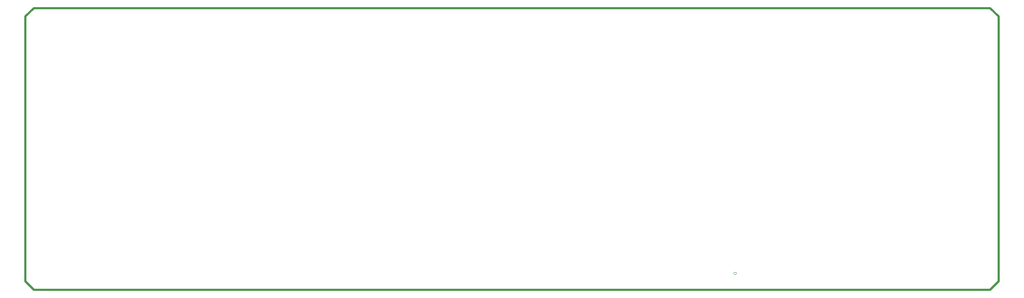
<source format=gbr>
G04 #@! TF.GenerationSoftware,KiCad,Pcbnew,(5.1.10)-1*
G04 #@! TF.CreationDate,2021-11-03T20:12:32-04:00*
G04 #@! TF.ProjectId,besc g2,62657363-2067-4322-9e6b-696361645f70,Init*
G04 #@! TF.SameCoordinates,Original*
G04 #@! TF.FileFunction,Profile,NP*
%FSLAX46Y46*%
G04 Gerber Fmt 4.6, Leading zero omitted, Abs format (unit mm)*
G04 Created by KiCad (PCBNEW (5.1.10)-1) date 2021-11-03 20:12:32*
%MOMM*%
%LPD*%
G01*
G04 APERTURE LIST*
G04 #@! TA.AperFunction,Profile*
%ADD10C,0.500000*%
G04 #@! TD*
G04 #@! TA.AperFunction,Profile*
%ADD11C,0.100000*%
G04 #@! TD*
G04 APERTURE END LIST*
D10*
X31800000Y-125900000D02*
X33800000Y-127900000D01*
X262800000Y-125900000D02*
X260800000Y-127900000D01*
X260800000Y-60900000D02*
X262800000Y-62900000D01*
X33800000Y-60900000D02*
X31800000Y-62900000D01*
X31800000Y-125900000D02*
X31800000Y-62900000D01*
X260800000Y-127900000D02*
X33800000Y-127900000D01*
X262800000Y-62900000D02*
X262800000Y-125900000D01*
X33800000Y-60900000D02*
X260800000Y-60900000D01*
D11*
X200369000Y-124223000D02*
X200169000Y-124223000D01*
X200169000Y-123703000D02*
X200369000Y-123703000D01*
X199909000Y-123963000D02*
G75*
G02*
X200169000Y-123703000I260000J0D01*
G01*
X200169000Y-124223000D02*
G75*
G02*
X199909000Y-123963000I0J260000D01*
G01*
X200629000Y-123963000D02*
G75*
G02*
X200369000Y-124223000I-260000J0D01*
G01*
X200369000Y-123703000D02*
G75*
G02*
X200629000Y-123963000I0J-260000D01*
G01*
M02*

</source>
